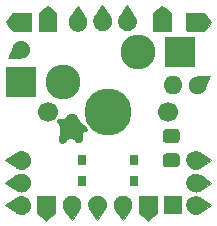
<source format=gbs>
G04 #@! TF.GenerationSoftware,KiCad,Pcbnew,5.1.5-52549c5~84~ubuntu18.04.1*
G04 #@! TF.CreationDate,2020-04-11T16:09:32-04:00*
G04 #@! TF.ProjectId,amoeba-royale,616d6f65-6261-42d7-926f-79616c652e6b,rev?*
G04 #@! TF.SameCoordinates,Original*
G04 #@! TF.FileFunction,Soldermask,Bot*
G04 #@! TF.FilePolarity,Negative*
%FSLAX46Y46*%
G04 Gerber Fmt 4.6, Leading zero omitted, Abs format (unit mm)*
G04 Created by KiCad (PCBNEW 5.1.5-52549c5~84~ubuntu18.04.1) date 2020-04-11 16:09:32*
%MOMM*%
%LPD*%
G04 APERTURE LIST*
%ADD10C,0.150000*%
%ADD11C,0.002540*%
%ADD12C,1.700000*%
%ADD13R,2.550000X2.500000*%
%ADD14C,2.950000*%
%ADD15C,3.980180*%
%ADD16R,0.700000X0.850000*%
%ADD17R,1.500000X1.500000*%
%ADD18C,1.500000*%
%ADD19R,1.600000X1.600000*%
%ADD20O,1.600000X1.600000*%
G04 APERTURE END LIST*
D10*
G36*
X241122694Y-104584331D02*
G01*
X241164466Y-104558077D01*
X241207275Y-104534890D01*
X241250984Y-104514742D01*
X241295456Y-104497607D01*
X241340555Y-104483458D01*
X241386144Y-104472269D01*
X241432085Y-104464013D01*
X241478242Y-104458663D01*
X241524479Y-104456193D01*
X241570658Y-104456576D01*
X241616642Y-104459785D01*
X241662295Y-104465795D01*
X241707480Y-104474578D01*
X241752060Y-104486108D01*
X241795899Y-104500358D01*
X241838858Y-104517302D01*
X241880803Y-104536913D01*
X241921595Y-104559164D01*
X241961098Y-104584029D01*
X241999176Y-104611481D01*
X242035690Y-104641494D01*
X242070505Y-104674041D01*
X242103484Y-104709096D01*
X242134490Y-104746631D01*
X242163385Y-104786621D01*
X242189638Y-104828393D01*
X242212826Y-104871201D01*
X242232973Y-104914910D01*
X242250108Y-104959383D01*
X242264257Y-105004481D01*
X242275447Y-105050070D01*
X242283703Y-105096011D01*
X242289053Y-105142168D01*
X242291523Y-105188405D01*
X242291140Y-105234584D01*
X242287930Y-105280568D01*
X242281921Y-105326221D01*
X242273138Y-105371406D01*
X242261608Y-105415986D01*
X242247358Y-105459825D01*
X242230414Y-105502785D01*
X242210803Y-105544729D01*
X242188552Y-105585521D01*
X242163687Y-105625024D01*
X242136235Y-105663102D01*
X242106222Y-105699616D01*
X242073675Y-105734431D01*
X242038620Y-105767410D01*
X242001085Y-105798416D01*
X241961095Y-105827311D01*
X241917185Y-105854722D01*
X241872215Y-105878553D01*
X241826318Y-105898899D01*
X241779624Y-105915854D01*
X241732266Y-105929511D01*
X241684374Y-105939965D01*
X241636079Y-105947309D01*
X241587513Y-105951638D01*
X241528848Y-105959293D01*
X240430524Y-105955450D01*
X240840866Y-104939318D01*
X240854831Y-104909252D01*
X240867475Y-104884137D01*
X240889626Y-104840419D01*
X240914425Y-104798298D01*
X240941941Y-104757866D01*
X240972243Y-104719219D01*
X241005401Y-104682448D01*
X241041483Y-104647648D01*
X241080558Y-104614911D01*
X241122695Y-104584331D01*
X241122694Y-104584331D01*
G37*
G36*
X256907806Y-108839169D02*
G01*
X256866034Y-108865423D01*
X256823225Y-108888610D01*
X256779516Y-108908758D01*
X256735044Y-108925893D01*
X256689945Y-108940042D01*
X256644356Y-108951231D01*
X256598415Y-108959487D01*
X256552258Y-108964837D01*
X256506021Y-108967307D01*
X256459842Y-108966924D01*
X256413858Y-108963715D01*
X256368205Y-108957705D01*
X256323020Y-108948922D01*
X256278440Y-108937392D01*
X256234601Y-108923142D01*
X256191642Y-108906198D01*
X256149697Y-108886587D01*
X256108905Y-108864336D01*
X256069402Y-108839471D01*
X256031324Y-108812019D01*
X255994810Y-108782006D01*
X255959995Y-108749459D01*
X255927016Y-108714404D01*
X255896010Y-108676869D01*
X255867115Y-108636879D01*
X255840862Y-108595107D01*
X255817674Y-108552299D01*
X255797527Y-108508590D01*
X255780392Y-108464117D01*
X255766243Y-108419019D01*
X255755053Y-108373430D01*
X255746797Y-108327489D01*
X255741447Y-108281332D01*
X255738977Y-108235095D01*
X255739360Y-108188916D01*
X255742570Y-108142932D01*
X255748579Y-108097279D01*
X255757362Y-108052094D01*
X255768892Y-108007514D01*
X255783142Y-107963675D01*
X255800086Y-107920715D01*
X255819697Y-107878771D01*
X255841948Y-107837979D01*
X255866813Y-107798476D01*
X255894265Y-107760398D01*
X255924278Y-107723884D01*
X255956825Y-107689069D01*
X255991880Y-107656090D01*
X256029415Y-107625084D01*
X256069405Y-107596189D01*
X256113315Y-107568778D01*
X256158285Y-107544947D01*
X256204182Y-107524601D01*
X256250876Y-107507646D01*
X256298234Y-107493989D01*
X256346126Y-107483535D01*
X256394421Y-107476191D01*
X256442987Y-107471862D01*
X256501652Y-107464207D01*
X257599976Y-107468050D01*
X257189634Y-108484182D01*
X257175669Y-108514248D01*
X257163025Y-108539363D01*
X257140874Y-108583081D01*
X257116075Y-108625202D01*
X257088559Y-108665634D01*
X257058257Y-108704281D01*
X257025099Y-108741052D01*
X256989017Y-108775852D01*
X256949942Y-108808589D01*
X256907805Y-108839169D01*
X256907806Y-108839169D01*
G37*
D11*
G36*
X244399153Y-117564076D02*
G01*
X242899847Y-117564076D01*
X242899847Y-119063382D01*
X243270264Y-119372063D01*
X243649500Y-119671924D01*
X244019917Y-119372063D01*
X244399153Y-119063382D01*
X244399153Y-117564076D01*
G37*
X244399153Y-117564076D02*
X242899847Y-117564076D01*
X242899847Y-119063382D01*
X243270264Y-119372063D01*
X243649500Y-119671924D01*
X244019917Y-119372063D01*
X244399153Y-119063382D01*
X244399153Y-117564076D01*
G36*
X243026847Y-103606424D02*
G01*
X244526153Y-103606424D01*
X244526153Y-102107118D01*
X244155736Y-101798437D01*
X243776500Y-101498576D01*
X243406083Y-101798437D01*
X243026847Y-102107118D01*
X243026847Y-103606424D01*
G37*
X243026847Y-103606424D02*
X244526153Y-103606424D01*
X244526153Y-102107118D01*
X244155736Y-101798437D01*
X243776500Y-101498576D01*
X243406083Y-101798437D01*
X243026847Y-102107118D01*
X243026847Y-103606424D01*
D10*
G36*
X245887049Y-110615666D02*
G01*
X245908873Y-110616198D01*
X245930649Y-110617795D01*
X245952378Y-110620455D01*
X245974060Y-110624179D01*
X245995695Y-110628967D01*
X246017282Y-110634819D01*
X246038822Y-110641735D01*
X246060315Y-110649715D01*
X246081760Y-110658759D01*
X246103158Y-110668867D01*
X246124509Y-110680039D01*
X246145812Y-110692274D01*
X246167068Y-110705574D01*
X246188277Y-110719938D01*
X246206582Y-110733946D01*
X246224391Y-110749716D01*
X246241661Y-110766972D01*
X246258347Y-110785437D01*
X246274404Y-110804832D01*
X246289788Y-110824881D01*
X246304455Y-110845306D01*
X246318359Y-110865830D01*
X246331457Y-110886175D01*
X246343704Y-110906065D01*
X246355055Y-110925222D01*
X246365465Y-110943368D01*
X246374891Y-110960227D01*
X246383288Y-110975521D01*
X246390610Y-110988972D01*
X246396814Y-111000304D01*
X246414303Y-111031551D01*
X246431606Y-111061737D01*
X246448724Y-111090883D01*
X246465656Y-111119011D01*
X246482401Y-111146143D01*
X246498959Y-111172302D01*
X246515329Y-111197508D01*
X246531511Y-111221786D01*
X246547503Y-111245156D01*
X246563306Y-111267640D01*
X246578918Y-111289261D01*
X246594339Y-111310040D01*
X246609569Y-111330000D01*
X246624607Y-111349163D01*
X246639452Y-111367550D01*
X246654103Y-111385184D01*
X246668560Y-111402087D01*
X246682823Y-111418281D01*
X246696890Y-111433788D01*
X246710762Y-111448630D01*
X246724437Y-111462829D01*
X246737915Y-111476407D01*
X246751195Y-111489386D01*
X246764277Y-111501788D01*
X246777159Y-111513636D01*
X246789843Y-111524951D01*
X246802326Y-111535755D01*
X246814608Y-111546070D01*
X246826689Y-111555919D01*
X246838568Y-111565324D01*
X246850245Y-111574306D01*
X246861718Y-111582887D01*
X246872987Y-111591090D01*
X246884052Y-111598937D01*
X246894912Y-111606449D01*
X246905566Y-111613650D01*
X246916014Y-111620560D01*
X246926255Y-111627202D01*
X246936288Y-111633598D01*
X246946113Y-111639769D01*
X246955729Y-111645739D01*
X246965137Y-111651529D01*
X246974334Y-111657161D01*
X246983320Y-111662657D01*
X246992095Y-111668040D01*
X247000659Y-111673330D01*
X247009010Y-111678551D01*
X247017148Y-111683724D01*
X247025072Y-111688872D01*
X247032782Y-111694016D01*
X247040277Y-111699179D01*
X247047557Y-111704382D01*
X247054620Y-111709648D01*
X247061467Y-111714998D01*
X247068096Y-111720455D01*
X247074508Y-111726041D01*
X247080701Y-111731778D01*
X247086675Y-111737687D01*
X247092428Y-111743792D01*
X247097962Y-111750113D01*
X247103274Y-111756673D01*
X247108365Y-111763495D01*
X247113234Y-111770599D01*
X247117880Y-111778009D01*
X247122302Y-111785746D01*
X247126500Y-111793831D01*
X247130474Y-111802289D01*
X247134222Y-111811139D01*
X247137744Y-111820405D01*
X247141040Y-111830109D01*
X247144108Y-111840272D01*
X247146949Y-111850916D01*
X247149561Y-111862064D01*
X247151945Y-111873738D01*
X247154098Y-111885959D01*
X247156022Y-111898750D01*
X247157715Y-111912133D01*
X247159176Y-111926129D01*
X247160405Y-111940762D01*
X247161402Y-111956052D01*
X247162165Y-111972023D01*
X247162694Y-111988695D01*
X247162989Y-112006091D01*
X247162695Y-112019564D01*
X247161858Y-112032187D01*
X247160495Y-112043994D01*
X247158624Y-112055016D01*
X247156261Y-112065283D01*
X247153424Y-112074827D01*
X247150130Y-112083679D01*
X247146396Y-112091871D01*
X247142241Y-112099433D01*
X247137680Y-112106397D01*
X247132732Y-112112795D01*
X247127414Y-112118657D01*
X247121743Y-112124016D01*
X247115736Y-112128901D01*
X247109411Y-112133344D01*
X247102785Y-112137378D01*
X247095875Y-112141032D01*
X247088698Y-112144338D01*
X247081273Y-112147328D01*
X247073616Y-112150033D01*
X247065744Y-112152484D01*
X247057676Y-112154711D01*
X247049427Y-112156748D01*
X247041016Y-112158624D01*
X247032459Y-112160372D01*
X247023775Y-112162022D01*
X247014980Y-112163605D01*
X247006092Y-112165153D01*
X246997128Y-112166698D01*
X246988105Y-112168270D01*
X246979041Y-112169901D01*
X246969952Y-112171622D01*
X246960857Y-112173464D01*
X246951773Y-112175458D01*
X246942716Y-112177637D01*
X246933704Y-112180030D01*
X246924755Y-112182670D01*
X246915886Y-112185588D01*
X246907114Y-112188814D01*
X246898456Y-112192381D01*
X246889930Y-112196319D01*
X246881553Y-112200660D01*
X246873342Y-112205435D01*
X246865315Y-112210675D01*
X246857489Y-112216412D01*
X246849881Y-112222677D01*
X246842509Y-112229500D01*
X246835389Y-112236914D01*
X246828540Y-112244950D01*
X246821978Y-112253638D01*
X246815721Y-112263011D01*
X246809786Y-112273099D01*
X246804191Y-112283934D01*
X246798952Y-112295547D01*
X246794087Y-112307969D01*
X246789614Y-112321232D01*
X246785549Y-112335367D01*
X246781911Y-112350404D01*
X246778715Y-112366376D01*
X246775980Y-112383314D01*
X246773723Y-112401248D01*
X246771962Y-112420211D01*
X246770712Y-112440233D01*
X246769993Y-112461346D01*
X246769821Y-112483581D01*
X246770213Y-112506969D01*
X246771187Y-112531542D01*
X246772759Y-112557330D01*
X246774949Y-112584366D01*
X246777772Y-112612680D01*
X246781246Y-112642303D01*
X246784736Y-112670672D01*
X246787752Y-112697143D01*
X246790186Y-112721905D01*
X246791932Y-112745150D01*
X246792881Y-112767068D01*
X246792927Y-112787848D01*
X246791960Y-112807682D01*
X246789875Y-112826760D01*
X246786562Y-112845271D01*
X246781916Y-112863407D01*
X246775828Y-112881357D01*
X246768190Y-112899313D01*
X246758896Y-112917464D01*
X246747837Y-112936000D01*
X246734906Y-112955112D01*
X246720993Y-112973629D01*
X246706441Y-112990868D01*
X246691251Y-113006831D01*
X246675422Y-113021516D01*
X246658955Y-113034924D01*
X246641850Y-113047056D01*
X246624105Y-113057911D01*
X246605723Y-113067488D01*
X246586702Y-113075789D01*
X246567042Y-113082812D01*
X246546744Y-113088559D01*
X246525807Y-113093028D01*
X246504232Y-113096221D01*
X246482019Y-113098137D01*
X246459167Y-113098775D01*
X246408189Y-113098775D01*
X246384443Y-113098201D01*
X246361234Y-113096477D01*
X246338561Y-113093605D01*
X246316424Y-113089584D01*
X246294823Y-113084413D01*
X246273759Y-113078094D01*
X246253231Y-113070626D01*
X246233238Y-113062009D01*
X246213782Y-113052243D01*
X246194863Y-113041327D01*
X246176479Y-113029263D01*
X246157780Y-113015824D01*
X246140610Y-113001457D01*
X246124969Y-112986164D01*
X246110858Y-112969943D01*
X246098276Y-112952796D01*
X246087223Y-112934721D01*
X246077699Y-112915720D01*
X246069705Y-112895792D01*
X246063240Y-112874938D01*
X246058305Y-112853157D01*
X246039816Y-112841514D01*
X246021125Y-112830735D01*
X246002243Y-112820824D01*
X245983182Y-112811782D01*
X245963954Y-112803611D01*
X245944571Y-112796313D01*
X245925045Y-112789891D01*
X245905387Y-112784345D01*
X245885609Y-112779679D01*
X245865724Y-112775894D01*
X245845742Y-112772993D01*
X245825677Y-112770976D01*
X245805538Y-112769847D01*
X245785340Y-112769608D01*
X245765092Y-112770259D01*
X245744808Y-112771804D01*
X245724498Y-112774245D01*
X245704176Y-112777583D01*
X245683852Y-112781820D01*
X245663538Y-112786959D01*
X245643247Y-112793001D01*
X245622989Y-112799948D01*
X245602778Y-112807804D01*
X245582624Y-112816568D01*
X245562540Y-112826244D01*
X245542537Y-112836834D01*
X245522628Y-112848339D01*
X245502824Y-112860762D01*
X245483136Y-112874105D01*
X245463577Y-112888369D01*
X245444159Y-112903557D01*
X245424893Y-112919670D01*
X245420374Y-112939713D01*
X245414233Y-112959061D01*
X245406471Y-112977714D01*
X245397086Y-112995672D01*
X245386080Y-113012935D01*
X245373452Y-113029503D01*
X245359202Y-113045376D01*
X245343329Y-113060553D01*
X245325835Y-113075035D01*
X245306719Y-113088822D01*
X245288020Y-113102029D01*
X245268996Y-113113847D01*
X245249648Y-113124273D01*
X245229976Y-113133310D01*
X245209979Y-113140956D01*
X245189658Y-113147212D01*
X245169013Y-113152078D01*
X245148043Y-113155554D01*
X245126749Y-113157639D01*
X245105130Y-113158334D01*
X245054152Y-113158334D01*
X245031568Y-113157675D01*
X245009540Y-113155698D01*
X244988068Y-113152402D01*
X244967152Y-113147789D01*
X244946792Y-113141857D01*
X244926989Y-113134607D01*
X244907741Y-113126039D01*
X244889050Y-113116153D01*
X244870914Y-113104948D01*
X244853335Y-113092425D01*
X244836312Y-113078585D01*
X244819845Y-113063425D01*
X244803934Y-113046948D01*
X244788579Y-113029153D01*
X244773780Y-113010039D01*
X244760729Y-112991607D01*
X244748812Y-112974388D01*
X244738106Y-112958032D01*
X244728690Y-112942189D01*
X244720638Y-112926511D01*
X244714028Y-112910648D01*
X244708936Y-112894249D01*
X244705440Y-112876966D01*
X244703615Y-112858450D01*
X244703539Y-112838349D01*
X244705289Y-112816316D01*
X244708940Y-112792000D01*
X244714570Y-112765053D01*
X244722256Y-112735123D01*
X244732073Y-112701863D01*
X244743604Y-112664280D01*
X244754542Y-112627525D01*
X244764899Y-112591586D01*
X244774683Y-112556453D01*
X244783905Y-112522114D01*
X244792575Y-112488559D01*
X244800703Y-112455778D01*
X244808299Y-112423759D01*
X244815372Y-112392491D01*
X244821933Y-112361963D01*
X244827991Y-112332166D01*
X244833557Y-112303087D01*
X244838640Y-112274716D01*
X244843251Y-112247043D01*
X244847400Y-112220055D01*
X244851096Y-112193744D01*
X244854349Y-112168097D01*
X244857169Y-112143103D01*
X244859567Y-112118753D01*
X244861552Y-112095035D01*
X244863134Y-112071938D01*
X244864323Y-112049452D01*
X244865130Y-112027565D01*
X244865563Y-112006267D01*
X244865634Y-111985547D01*
X244865351Y-111965394D01*
X244864726Y-111945798D01*
X244863767Y-111926747D01*
X244862485Y-111908230D01*
X244860890Y-111890237D01*
X244858992Y-111872757D01*
X244856801Y-111855780D01*
X244854326Y-111839293D01*
X244851578Y-111823287D01*
X244848566Y-111807750D01*
X244845301Y-111792672D01*
X244841793Y-111778042D01*
X244838051Y-111763849D01*
X244834086Y-111750082D01*
X244829907Y-111736731D01*
X244825524Y-111723784D01*
X244820948Y-111711230D01*
X244816188Y-111699060D01*
X244811254Y-111687261D01*
X244806156Y-111675824D01*
X244800905Y-111664737D01*
X244795510Y-111653989D01*
X244789980Y-111643570D01*
X244784327Y-111633469D01*
X244778560Y-111623675D01*
X244772689Y-111614176D01*
X244766724Y-111604964D01*
X244760674Y-111596025D01*
X244754551Y-111587350D01*
X244748363Y-111578928D01*
X244742121Y-111570748D01*
X244735834Y-111562799D01*
X244729514Y-111555070D01*
X244723169Y-111547550D01*
X244716809Y-111540229D01*
X244710445Y-111533096D01*
X244704087Y-111526140D01*
X244697744Y-111519349D01*
X244691427Y-111512714D01*
X244685145Y-111506223D01*
X244678908Y-111499866D01*
X244672726Y-111493631D01*
X244666610Y-111487508D01*
X244660569Y-111481487D01*
X244654613Y-111475555D01*
X244648753Y-111469703D01*
X244642997Y-111463919D01*
X244637357Y-111458192D01*
X244631841Y-111452513D01*
X244626461Y-111446869D01*
X244621225Y-111441251D01*
X244616145Y-111435647D01*
X244611229Y-111430046D01*
X244606488Y-111424438D01*
X244601931Y-111418811D01*
X244597570Y-111413156D01*
X244593413Y-111407460D01*
X244589471Y-111401714D01*
X244585753Y-111395906D01*
X244582270Y-111390026D01*
X244579032Y-111384062D01*
X244576048Y-111378005D01*
X244573328Y-111371842D01*
X244570883Y-111365563D01*
X244568722Y-111359158D01*
X244566856Y-111352616D01*
X244565293Y-111345925D01*
X244564045Y-111339075D01*
X244563122Y-111332054D01*
X244562532Y-111324853D01*
X244562286Y-111317461D01*
X244562395Y-111309865D01*
X244562868Y-111302057D01*
X244563714Y-111294024D01*
X244564945Y-111285756D01*
X244566569Y-111277242D01*
X244568597Y-111268472D01*
X244571039Y-111259434D01*
X244573905Y-111250117D01*
X244577205Y-111240512D01*
X244584909Y-111220807D01*
X244593226Y-111202621D01*
X244602134Y-111185897D01*
X244611614Y-111170576D01*
X244621644Y-111156603D01*
X244632206Y-111143919D01*
X244643277Y-111132466D01*
X244654838Y-111122189D01*
X244666868Y-111113028D01*
X244679347Y-111104927D01*
X244692255Y-111097829D01*
X244705570Y-111091675D01*
X244719274Y-111086410D01*
X244733345Y-111081974D01*
X244747762Y-111078311D01*
X244762506Y-111075364D01*
X244777557Y-111073074D01*
X244792892Y-111071385D01*
X244808494Y-111070240D01*
X244824340Y-111069580D01*
X244840410Y-111069349D01*
X244856685Y-111069489D01*
X244873143Y-111069942D01*
X244889765Y-111070652D01*
X244906530Y-111071560D01*
X244923417Y-111072610D01*
X244940406Y-111073745D01*
X244957476Y-111074905D01*
X244974608Y-111076036D01*
X244991781Y-111077078D01*
X245008975Y-111077974D01*
X245026168Y-111078668D01*
X245043341Y-111079102D01*
X245060474Y-111079218D01*
X245077545Y-111078958D01*
X245094535Y-111078267D01*
X245111422Y-111077085D01*
X245128188Y-111075357D01*
X245144810Y-111073023D01*
X245161270Y-111070028D01*
X245177546Y-111066313D01*
X245193618Y-111061822D01*
X245209466Y-111056496D01*
X245225068Y-111050279D01*
X245240406Y-111043113D01*
X245255458Y-111034940D01*
X245270205Y-111025704D01*
X245284624Y-111015346D01*
X245298698Y-111003810D01*
X245312403Y-110991039D01*
X245321143Y-110981195D01*
X245330578Y-110968567D01*
X245340719Y-110953527D01*
X245351575Y-110936445D01*
X245363155Y-110917693D01*
X245375470Y-110897641D01*
X245388529Y-110876661D01*
X245402342Y-110855125D01*
X245416918Y-110833402D01*
X245432268Y-110811864D01*
X245448399Y-110790882D01*
X245465324Y-110770827D01*
X245483050Y-110752071D01*
X245501587Y-110734984D01*
X245520946Y-110719937D01*
X245542463Y-110705574D01*
X245563979Y-110692274D01*
X245585494Y-110680038D01*
X245607010Y-110668866D01*
X245628526Y-110658758D01*
X245650042Y-110649714D01*
X245671558Y-110641734D01*
X245693073Y-110634818D01*
X245714589Y-110628966D01*
X245736105Y-110624178D01*
X245757621Y-110620454D01*
X245779137Y-110617794D01*
X245800653Y-110616198D01*
X245822169Y-110615666D01*
X245887049Y-110615666D01*
G37*
D11*
G36*
X255549576Y-102120347D02*
G01*
X255549576Y-103619653D01*
X257048882Y-103619653D01*
X257357563Y-103249236D01*
X257657424Y-102870000D01*
X257357563Y-102499583D01*
X257048882Y-102120347D01*
X255549576Y-102120347D01*
G37*
X255549576Y-102120347D02*
X255549576Y-103619653D01*
X257048882Y-103619653D01*
X257357563Y-103249236D01*
X257657424Y-102870000D01*
X257357563Y-102499583D01*
X257048882Y-102120347D01*
X255549576Y-102120347D01*
G36*
X256308049Y-115709347D02*
G01*
X256256701Y-115711076D01*
X256206285Y-115716187D01*
X256156912Y-115724570D01*
X256108695Y-115736112D01*
X256061743Y-115750703D01*
X256016169Y-115768232D01*
X255972084Y-115788586D01*
X255929599Y-115811654D01*
X255888826Y-115837326D01*
X255849877Y-115865489D01*
X255812861Y-115896032D01*
X255777892Y-115928844D01*
X255745080Y-115963813D01*
X255714537Y-116000828D01*
X255686374Y-116039778D01*
X255660703Y-116080551D01*
X255637634Y-116123035D01*
X255617280Y-116167121D01*
X255599752Y-116212695D01*
X255585161Y-116259646D01*
X255573618Y-116307864D01*
X255565236Y-116357236D01*
X255560124Y-116407652D01*
X255558396Y-116459000D01*
X255560124Y-116510348D01*
X255565236Y-116560764D01*
X255573618Y-116610136D01*
X255585161Y-116658354D01*
X255599752Y-116705306D01*
X255617280Y-116750880D01*
X255637634Y-116794965D01*
X255660703Y-116837449D01*
X255686374Y-116878222D01*
X255714537Y-116917172D01*
X255745080Y-116954187D01*
X255777892Y-116989156D01*
X255812861Y-117021968D01*
X255849877Y-117052511D01*
X255888826Y-117080674D01*
X255929599Y-117106346D01*
X255972084Y-117129414D01*
X256016169Y-117149768D01*
X256061743Y-117167297D01*
X256108695Y-117181888D01*
X256156912Y-117193430D01*
X256206285Y-117201813D01*
X256256701Y-117206924D01*
X256308049Y-117208653D01*
X256359780Y-117206823D01*
X256410388Y-117201433D01*
X256459816Y-117192635D01*
X256508007Y-117180580D01*
X256554906Y-117165420D01*
X256600456Y-117147306D01*
X256644601Y-117126388D01*
X256687285Y-117102819D01*
X256740201Y-117076361D01*
X257648604Y-116459000D01*
X256740201Y-115846049D01*
X256711811Y-115828931D01*
X256687285Y-115815181D01*
X256644474Y-115791323D01*
X256600361Y-115770270D01*
X256554940Y-115752138D01*
X256508207Y-115737043D01*
X256460156Y-115725100D01*
X256410783Y-115716426D01*
X256360082Y-115711136D01*
X256308049Y-115709347D01*
G37*
X256308049Y-115709347D02*
X256256701Y-115711076D01*
X256206285Y-115716187D01*
X256156912Y-115724570D01*
X256108695Y-115736112D01*
X256061743Y-115750703D01*
X256016169Y-115768232D01*
X255972084Y-115788586D01*
X255929599Y-115811654D01*
X255888826Y-115837326D01*
X255849877Y-115865489D01*
X255812861Y-115896032D01*
X255777892Y-115928844D01*
X255745080Y-115963813D01*
X255714537Y-116000828D01*
X255686374Y-116039778D01*
X255660703Y-116080551D01*
X255637634Y-116123035D01*
X255617280Y-116167121D01*
X255599752Y-116212695D01*
X255585161Y-116259646D01*
X255573618Y-116307864D01*
X255565236Y-116357236D01*
X255560124Y-116407652D01*
X255558396Y-116459000D01*
X255560124Y-116510348D01*
X255565236Y-116560764D01*
X255573618Y-116610136D01*
X255585161Y-116658354D01*
X255599752Y-116705306D01*
X255617280Y-116750880D01*
X255637634Y-116794965D01*
X255660703Y-116837449D01*
X255686374Y-116878222D01*
X255714537Y-116917172D01*
X255745080Y-116954187D01*
X255777892Y-116989156D01*
X255812861Y-117021968D01*
X255849877Y-117052511D01*
X255888826Y-117080674D01*
X255929599Y-117106346D01*
X255972084Y-117129414D01*
X256016169Y-117149768D01*
X256061743Y-117167297D01*
X256108695Y-117181888D01*
X256156912Y-117193430D01*
X256206285Y-117201813D01*
X256256701Y-117206924D01*
X256308049Y-117208653D01*
X256359780Y-117206823D01*
X256410388Y-117201433D01*
X256459816Y-117192635D01*
X256508007Y-117180580D01*
X256554906Y-117165420D01*
X256600456Y-117147306D01*
X256644601Y-117126388D01*
X256687285Y-117102819D01*
X256740201Y-117076361D01*
X257648604Y-116459000D01*
X256740201Y-115846049D01*
X256711811Y-115828931D01*
X256687285Y-115815181D01*
X256644474Y-115791323D01*
X256600361Y-115770270D01*
X256554940Y-115752138D01*
X256508207Y-115737043D01*
X256460156Y-115725100D01*
X256410783Y-115716426D01*
X256360082Y-115711136D01*
X256308049Y-115709347D01*
G36*
X256308049Y-117614347D02*
G01*
X256256701Y-117616076D01*
X256206285Y-117621187D01*
X256156912Y-117629570D01*
X256108695Y-117641112D01*
X256061743Y-117655703D01*
X256016169Y-117673232D01*
X255972084Y-117693586D01*
X255929599Y-117716654D01*
X255888826Y-117742326D01*
X255849877Y-117770489D01*
X255812861Y-117801032D01*
X255777892Y-117833844D01*
X255745080Y-117868813D01*
X255714537Y-117905828D01*
X255686374Y-117944778D01*
X255660703Y-117985551D01*
X255637634Y-118028035D01*
X255617280Y-118072121D01*
X255599752Y-118117695D01*
X255585161Y-118164646D01*
X255573618Y-118212864D01*
X255565236Y-118262236D01*
X255560124Y-118312652D01*
X255558396Y-118364000D01*
X255560124Y-118415348D01*
X255565236Y-118465764D01*
X255573618Y-118515136D01*
X255585161Y-118563354D01*
X255599752Y-118610306D01*
X255617280Y-118655880D01*
X255637634Y-118699965D01*
X255660703Y-118742449D01*
X255686374Y-118783222D01*
X255714537Y-118822172D01*
X255745080Y-118859187D01*
X255777892Y-118894156D01*
X255812861Y-118926968D01*
X255849877Y-118957511D01*
X255888826Y-118985674D01*
X255929599Y-119011346D01*
X255972084Y-119034414D01*
X256016169Y-119054768D01*
X256061743Y-119072297D01*
X256108695Y-119086888D01*
X256156912Y-119098430D01*
X256206285Y-119106813D01*
X256256701Y-119111924D01*
X256308049Y-119113653D01*
X256359780Y-119111823D01*
X256410388Y-119106433D01*
X256459816Y-119097635D01*
X256508007Y-119085580D01*
X256554906Y-119070420D01*
X256600456Y-119052306D01*
X256644601Y-119031388D01*
X256687285Y-119007819D01*
X256740201Y-118981361D01*
X257648604Y-118364000D01*
X256740201Y-117751049D01*
X256711811Y-117733931D01*
X256687285Y-117720181D01*
X256644474Y-117696323D01*
X256600361Y-117675270D01*
X256554940Y-117657138D01*
X256508207Y-117642043D01*
X256460156Y-117630100D01*
X256410783Y-117621426D01*
X256360082Y-117616136D01*
X256308049Y-117614347D01*
G37*
X256308049Y-117614347D02*
X256256701Y-117616076D01*
X256206285Y-117621187D01*
X256156912Y-117629570D01*
X256108695Y-117641112D01*
X256061743Y-117655703D01*
X256016169Y-117673232D01*
X255972084Y-117693586D01*
X255929599Y-117716654D01*
X255888826Y-117742326D01*
X255849877Y-117770489D01*
X255812861Y-117801032D01*
X255777892Y-117833844D01*
X255745080Y-117868813D01*
X255714537Y-117905828D01*
X255686374Y-117944778D01*
X255660703Y-117985551D01*
X255637634Y-118028035D01*
X255617280Y-118072121D01*
X255599752Y-118117695D01*
X255585161Y-118164646D01*
X255573618Y-118212864D01*
X255565236Y-118262236D01*
X255560124Y-118312652D01*
X255558396Y-118364000D01*
X255560124Y-118415348D01*
X255565236Y-118465764D01*
X255573618Y-118515136D01*
X255585161Y-118563354D01*
X255599752Y-118610306D01*
X255617280Y-118655880D01*
X255637634Y-118699965D01*
X255660703Y-118742449D01*
X255686374Y-118783222D01*
X255714537Y-118822172D01*
X255745080Y-118859187D01*
X255777892Y-118894156D01*
X255812861Y-118926968D01*
X255849877Y-118957511D01*
X255888826Y-118985674D01*
X255929599Y-119011346D01*
X255972084Y-119034414D01*
X256016169Y-119054768D01*
X256061743Y-119072297D01*
X256108695Y-119086888D01*
X256156912Y-119098430D01*
X256206285Y-119106813D01*
X256256701Y-119111924D01*
X256308049Y-119113653D01*
X256359780Y-119111823D01*
X256410388Y-119106433D01*
X256459816Y-119097635D01*
X256508007Y-119085580D01*
X256554906Y-119070420D01*
X256600456Y-119052306D01*
X256644601Y-119031388D01*
X256687285Y-119007819D01*
X256740201Y-118981361D01*
X257648604Y-118364000D01*
X256740201Y-117751049D01*
X256711811Y-117733931D01*
X256687285Y-117720181D01*
X256644474Y-117696323D01*
X256600361Y-117675270D01*
X256554940Y-117657138D01*
X256508207Y-117642043D01*
X256460156Y-117630100D01*
X256410783Y-117621426D01*
X256360082Y-117616136D01*
X256308049Y-117614347D01*
G36*
X241531951Y-117208653D02*
G01*
X241583299Y-117206924D01*
X241633715Y-117201813D01*
X241683088Y-117193430D01*
X241731305Y-117181888D01*
X241778257Y-117167297D01*
X241823831Y-117149768D01*
X241867916Y-117129414D01*
X241910401Y-117106346D01*
X241951174Y-117080674D01*
X241990123Y-117052511D01*
X242027139Y-117021968D01*
X242062108Y-116989156D01*
X242094920Y-116954187D01*
X242125463Y-116917172D01*
X242153626Y-116878222D01*
X242179297Y-116837449D01*
X242202366Y-116794965D01*
X242222720Y-116750879D01*
X242240248Y-116705305D01*
X242254839Y-116658354D01*
X242266382Y-116610136D01*
X242274764Y-116560764D01*
X242279876Y-116510348D01*
X242281604Y-116459000D01*
X242279876Y-116407652D01*
X242274764Y-116357236D01*
X242266382Y-116307864D01*
X242254839Y-116259646D01*
X242240248Y-116212694D01*
X242222720Y-116167120D01*
X242202366Y-116123035D01*
X242179297Y-116080551D01*
X242153626Y-116039778D01*
X242125463Y-116000828D01*
X242094920Y-115963813D01*
X242062108Y-115928844D01*
X242027139Y-115896032D01*
X241990123Y-115865489D01*
X241951174Y-115837326D01*
X241910401Y-115811654D01*
X241867916Y-115788586D01*
X241823831Y-115768232D01*
X241778257Y-115750703D01*
X241731305Y-115736112D01*
X241683088Y-115724570D01*
X241633715Y-115716187D01*
X241583299Y-115711076D01*
X241531951Y-115709347D01*
X241480220Y-115711177D01*
X241429612Y-115716567D01*
X241380184Y-115725365D01*
X241331993Y-115737420D01*
X241285094Y-115752580D01*
X241239544Y-115770694D01*
X241195399Y-115791612D01*
X241152715Y-115815181D01*
X241099799Y-115841639D01*
X240191396Y-116459000D01*
X241099799Y-117071951D01*
X241128189Y-117089069D01*
X241152715Y-117102819D01*
X241195526Y-117126677D01*
X241239639Y-117147730D01*
X241285060Y-117165862D01*
X241331793Y-117180957D01*
X241379844Y-117192900D01*
X241429217Y-117201574D01*
X241479918Y-117206864D01*
X241531951Y-117208653D01*
G37*
X241531951Y-117208653D02*
X241583299Y-117206924D01*
X241633715Y-117201813D01*
X241683088Y-117193430D01*
X241731305Y-117181888D01*
X241778257Y-117167297D01*
X241823831Y-117149768D01*
X241867916Y-117129414D01*
X241910401Y-117106346D01*
X241951174Y-117080674D01*
X241990123Y-117052511D01*
X242027139Y-117021968D01*
X242062108Y-116989156D01*
X242094920Y-116954187D01*
X242125463Y-116917172D01*
X242153626Y-116878222D01*
X242179297Y-116837449D01*
X242202366Y-116794965D01*
X242222720Y-116750879D01*
X242240248Y-116705305D01*
X242254839Y-116658354D01*
X242266382Y-116610136D01*
X242274764Y-116560764D01*
X242279876Y-116510348D01*
X242281604Y-116459000D01*
X242279876Y-116407652D01*
X242274764Y-116357236D01*
X242266382Y-116307864D01*
X242254839Y-116259646D01*
X242240248Y-116212694D01*
X242222720Y-116167120D01*
X242202366Y-116123035D01*
X242179297Y-116080551D01*
X242153626Y-116039778D01*
X242125463Y-116000828D01*
X242094920Y-115963813D01*
X242062108Y-115928844D01*
X242027139Y-115896032D01*
X241990123Y-115865489D01*
X241951174Y-115837326D01*
X241910401Y-115811654D01*
X241867916Y-115788586D01*
X241823831Y-115768232D01*
X241778257Y-115750703D01*
X241731305Y-115736112D01*
X241683088Y-115724570D01*
X241633715Y-115716187D01*
X241583299Y-115711076D01*
X241531951Y-115709347D01*
X241480220Y-115711177D01*
X241429612Y-115716567D01*
X241380184Y-115725365D01*
X241331993Y-115737420D01*
X241285094Y-115752580D01*
X241239544Y-115770694D01*
X241195399Y-115791612D01*
X241152715Y-115815181D01*
X241099799Y-115841639D01*
X240191396Y-116459000D01*
X241099799Y-117071951D01*
X241128189Y-117089069D01*
X241152715Y-117102819D01*
X241195526Y-117126677D01*
X241239639Y-117147730D01*
X241285060Y-117165862D01*
X241331793Y-117180957D01*
X241379844Y-117192900D01*
X241429217Y-117201574D01*
X241479918Y-117206864D01*
X241531951Y-117208653D01*
G36*
X241531951Y-115303653D02*
G01*
X241583299Y-115301924D01*
X241633715Y-115296813D01*
X241683088Y-115288430D01*
X241731305Y-115276888D01*
X241778257Y-115262297D01*
X241823831Y-115244768D01*
X241867916Y-115224414D01*
X241910401Y-115201346D01*
X241951174Y-115175674D01*
X241990123Y-115147511D01*
X242027139Y-115116968D01*
X242062108Y-115084156D01*
X242094920Y-115049187D01*
X242125463Y-115012172D01*
X242153626Y-114973222D01*
X242179297Y-114932449D01*
X242202366Y-114889965D01*
X242222720Y-114845879D01*
X242240248Y-114800305D01*
X242254839Y-114753354D01*
X242266382Y-114705136D01*
X242274764Y-114655764D01*
X242279876Y-114605348D01*
X242281604Y-114554000D01*
X242279876Y-114502652D01*
X242274764Y-114452236D01*
X242266382Y-114402864D01*
X242254839Y-114354646D01*
X242240248Y-114307694D01*
X242222720Y-114262120D01*
X242202366Y-114218035D01*
X242179297Y-114175551D01*
X242153626Y-114134778D01*
X242125463Y-114095828D01*
X242094920Y-114058813D01*
X242062108Y-114023844D01*
X242027139Y-113991032D01*
X241990123Y-113960489D01*
X241951174Y-113932326D01*
X241910401Y-113906654D01*
X241867916Y-113883586D01*
X241823831Y-113863232D01*
X241778257Y-113845703D01*
X241731305Y-113831112D01*
X241683088Y-113819570D01*
X241633715Y-113811187D01*
X241583299Y-113806076D01*
X241531951Y-113804347D01*
X241480220Y-113806177D01*
X241429612Y-113811567D01*
X241380184Y-113820365D01*
X241331993Y-113832420D01*
X241285094Y-113847580D01*
X241239544Y-113865694D01*
X241195399Y-113886612D01*
X241152715Y-113910181D01*
X241099799Y-113936639D01*
X240191396Y-114554000D01*
X241099799Y-115166951D01*
X241128189Y-115184069D01*
X241152715Y-115197819D01*
X241195526Y-115221677D01*
X241239639Y-115242730D01*
X241285060Y-115260862D01*
X241331793Y-115275957D01*
X241379844Y-115287900D01*
X241429217Y-115296574D01*
X241479918Y-115301864D01*
X241531951Y-115303653D01*
G37*
X241531951Y-115303653D02*
X241583299Y-115301924D01*
X241633715Y-115296813D01*
X241683088Y-115288430D01*
X241731305Y-115276888D01*
X241778257Y-115262297D01*
X241823831Y-115244768D01*
X241867916Y-115224414D01*
X241910401Y-115201346D01*
X241951174Y-115175674D01*
X241990123Y-115147511D01*
X242027139Y-115116968D01*
X242062108Y-115084156D01*
X242094920Y-115049187D01*
X242125463Y-115012172D01*
X242153626Y-114973222D01*
X242179297Y-114932449D01*
X242202366Y-114889965D01*
X242222720Y-114845879D01*
X242240248Y-114800305D01*
X242254839Y-114753354D01*
X242266382Y-114705136D01*
X242274764Y-114655764D01*
X242279876Y-114605348D01*
X242281604Y-114554000D01*
X242279876Y-114502652D01*
X242274764Y-114452236D01*
X242266382Y-114402864D01*
X242254839Y-114354646D01*
X242240248Y-114307694D01*
X242222720Y-114262120D01*
X242202366Y-114218035D01*
X242179297Y-114175551D01*
X242153626Y-114134778D01*
X242125463Y-114095828D01*
X242094920Y-114058813D01*
X242062108Y-114023844D01*
X242027139Y-113991032D01*
X241990123Y-113960489D01*
X241951174Y-113932326D01*
X241910401Y-113906654D01*
X241867916Y-113883586D01*
X241823831Y-113863232D01*
X241778257Y-113845703D01*
X241731305Y-113831112D01*
X241683088Y-113819570D01*
X241633715Y-113811187D01*
X241583299Y-113806076D01*
X241531951Y-113804347D01*
X241480220Y-113806177D01*
X241429612Y-113811567D01*
X241380184Y-113820365D01*
X241331993Y-113832420D01*
X241285094Y-113847580D01*
X241239544Y-113865694D01*
X241195399Y-113886612D01*
X241152715Y-113910181D01*
X241099799Y-113936639D01*
X240191396Y-114554000D01*
X241099799Y-115166951D01*
X241128189Y-115184069D01*
X241152715Y-115197819D01*
X241195526Y-115221677D01*
X241239639Y-115242730D01*
X241285060Y-115260862D01*
X241331793Y-115275957D01*
X241379844Y-115287900D01*
X241429217Y-115296574D01*
X241479918Y-115301864D01*
X241531951Y-115303653D01*
G36*
X249757847Y-102784451D02*
G01*
X249759576Y-102835799D01*
X249764687Y-102886215D01*
X249773070Y-102935588D01*
X249784612Y-102983805D01*
X249799203Y-103030757D01*
X249816732Y-103076331D01*
X249837086Y-103120416D01*
X249860154Y-103162901D01*
X249885826Y-103203674D01*
X249913989Y-103242623D01*
X249944532Y-103279639D01*
X249977344Y-103314608D01*
X250012313Y-103347420D01*
X250049328Y-103377963D01*
X250088278Y-103406126D01*
X250129051Y-103431797D01*
X250171535Y-103454866D01*
X250215621Y-103475220D01*
X250261195Y-103492748D01*
X250308146Y-103507339D01*
X250356364Y-103518882D01*
X250405736Y-103527264D01*
X250456152Y-103532376D01*
X250507500Y-103534104D01*
X250558848Y-103532376D01*
X250609264Y-103527264D01*
X250658636Y-103518882D01*
X250706854Y-103507339D01*
X250753806Y-103492748D01*
X250799380Y-103475220D01*
X250843465Y-103454866D01*
X250885949Y-103431797D01*
X250926722Y-103406126D01*
X250965672Y-103377963D01*
X251002687Y-103347420D01*
X251037656Y-103314608D01*
X251070468Y-103279639D01*
X251101011Y-103242623D01*
X251129174Y-103203674D01*
X251154846Y-103162901D01*
X251177914Y-103120416D01*
X251198268Y-103076331D01*
X251215797Y-103030757D01*
X251230388Y-102983805D01*
X251241930Y-102935588D01*
X251250313Y-102886215D01*
X251255424Y-102835799D01*
X251257153Y-102784451D01*
X251255323Y-102732720D01*
X251249933Y-102682112D01*
X251241135Y-102632684D01*
X251229080Y-102584493D01*
X251213920Y-102537594D01*
X251195806Y-102492044D01*
X251174888Y-102447899D01*
X251151319Y-102405215D01*
X251124861Y-102352299D01*
X250507500Y-101443896D01*
X249894549Y-102352299D01*
X249877431Y-102380689D01*
X249863681Y-102405215D01*
X249839823Y-102448026D01*
X249818770Y-102492139D01*
X249800638Y-102537560D01*
X249785543Y-102584293D01*
X249773600Y-102632344D01*
X249764926Y-102681717D01*
X249759636Y-102732418D01*
X249757847Y-102784451D01*
G37*
X249757847Y-102784451D02*
X249759576Y-102835799D01*
X249764687Y-102886215D01*
X249773070Y-102935588D01*
X249784612Y-102983805D01*
X249799203Y-103030757D01*
X249816732Y-103076331D01*
X249837086Y-103120416D01*
X249860154Y-103162901D01*
X249885826Y-103203674D01*
X249913989Y-103242623D01*
X249944532Y-103279639D01*
X249977344Y-103314608D01*
X250012313Y-103347420D01*
X250049328Y-103377963D01*
X250088278Y-103406126D01*
X250129051Y-103431797D01*
X250171535Y-103454866D01*
X250215621Y-103475220D01*
X250261195Y-103492748D01*
X250308146Y-103507339D01*
X250356364Y-103518882D01*
X250405736Y-103527264D01*
X250456152Y-103532376D01*
X250507500Y-103534104D01*
X250558848Y-103532376D01*
X250609264Y-103527264D01*
X250658636Y-103518882D01*
X250706854Y-103507339D01*
X250753806Y-103492748D01*
X250799380Y-103475220D01*
X250843465Y-103454866D01*
X250885949Y-103431797D01*
X250926722Y-103406126D01*
X250965672Y-103377963D01*
X251002687Y-103347420D01*
X251037656Y-103314608D01*
X251070468Y-103279639D01*
X251101011Y-103242623D01*
X251129174Y-103203674D01*
X251154846Y-103162901D01*
X251177914Y-103120416D01*
X251198268Y-103076331D01*
X251215797Y-103030757D01*
X251230388Y-102983805D01*
X251241930Y-102935588D01*
X251250313Y-102886215D01*
X251255424Y-102835799D01*
X251257153Y-102784451D01*
X251255323Y-102732720D01*
X251249933Y-102682112D01*
X251241135Y-102632684D01*
X251229080Y-102584493D01*
X251213920Y-102537594D01*
X251195806Y-102492044D01*
X251174888Y-102447899D01*
X251151319Y-102405215D01*
X251124861Y-102352299D01*
X250507500Y-101443896D01*
X249894549Y-102352299D01*
X249877431Y-102380689D01*
X249863681Y-102405215D01*
X249839823Y-102448026D01*
X249818770Y-102492139D01*
X249800638Y-102537560D01*
X249785543Y-102584293D01*
X249773600Y-102632344D01*
X249764926Y-102681717D01*
X249759636Y-102732418D01*
X249757847Y-102784451D01*
G36*
X248717153Y-118322549D02*
G01*
X248715424Y-118271201D01*
X248710313Y-118220785D01*
X248701930Y-118171412D01*
X248690388Y-118123195D01*
X248675797Y-118076243D01*
X248658268Y-118030669D01*
X248637914Y-117986584D01*
X248614846Y-117944099D01*
X248589174Y-117903326D01*
X248561011Y-117864377D01*
X248530468Y-117827361D01*
X248497656Y-117792392D01*
X248462687Y-117759580D01*
X248425672Y-117729037D01*
X248386722Y-117700874D01*
X248345949Y-117675203D01*
X248303465Y-117652134D01*
X248259379Y-117631780D01*
X248213805Y-117614252D01*
X248166854Y-117599661D01*
X248118636Y-117588118D01*
X248069264Y-117579736D01*
X248018848Y-117574624D01*
X247967500Y-117572896D01*
X247916152Y-117574624D01*
X247865736Y-117579736D01*
X247816364Y-117588118D01*
X247768146Y-117599661D01*
X247721194Y-117614252D01*
X247675620Y-117631780D01*
X247631535Y-117652134D01*
X247589051Y-117675203D01*
X247548278Y-117700874D01*
X247509328Y-117729037D01*
X247472313Y-117759580D01*
X247437344Y-117792392D01*
X247404532Y-117827361D01*
X247373989Y-117864377D01*
X247345826Y-117903326D01*
X247320154Y-117944099D01*
X247297086Y-117986584D01*
X247276732Y-118030669D01*
X247259203Y-118076243D01*
X247244612Y-118123195D01*
X247233070Y-118171412D01*
X247224687Y-118220785D01*
X247219576Y-118271201D01*
X247217847Y-118322549D01*
X247219677Y-118374280D01*
X247225067Y-118424888D01*
X247233865Y-118474316D01*
X247245920Y-118522507D01*
X247261080Y-118569406D01*
X247279194Y-118614956D01*
X247300112Y-118659101D01*
X247323681Y-118701785D01*
X247350139Y-118754701D01*
X247967500Y-119663104D01*
X248580451Y-118754701D01*
X248597569Y-118726311D01*
X248611319Y-118701785D01*
X248635177Y-118658974D01*
X248656230Y-118614861D01*
X248674362Y-118569440D01*
X248689457Y-118522707D01*
X248701400Y-118474656D01*
X248710074Y-118425283D01*
X248715364Y-118374582D01*
X248717153Y-118322549D01*
G37*
X248717153Y-118322549D02*
X248715424Y-118271201D01*
X248710313Y-118220785D01*
X248701930Y-118171412D01*
X248690388Y-118123195D01*
X248675797Y-118076243D01*
X248658268Y-118030669D01*
X248637914Y-117986584D01*
X248614846Y-117944099D01*
X248589174Y-117903326D01*
X248561011Y-117864377D01*
X248530468Y-117827361D01*
X248497656Y-117792392D01*
X248462687Y-117759580D01*
X248425672Y-117729037D01*
X248386722Y-117700874D01*
X248345949Y-117675203D01*
X248303465Y-117652134D01*
X248259379Y-117631780D01*
X248213805Y-117614252D01*
X248166854Y-117599661D01*
X248118636Y-117588118D01*
X248069264Y-117579736D01*
X248018848Y-117574624D01*
X247967500Y-117572896D01*
X247916152Y-117574624D01*
X247865736Y-117579736D01*
X247816364Y-117588118D01*
X247768146Y-117599661D01*
X247721194Y-117614252D01*
X247675620Y-117631780D01*
X247631535Y-117652134D01*
X247589051Y-117675203D01*
X247548278Y-117700874D01*
X247509328Y-117729037D01*
X247472313Y-117759580D01*
X247437344Y-117792392D01*
X247404532Y-117827361D01*
X247373989Y-117864377D01*
X247345826Y-117903326D01*
X247320154Y-117944099D01*
X247297086Y-117986584D01*
X247276732Y-118030669D01*
X247259203Y-118076243D01*
X247244612Y-118123195D01*
X247233070Y-118171412D01*
X247224687Y-118220785D01*
X247219576Y-118271201D01*
X247217847Y-118322549D01*
X247219677Y-118374280D01*
X247225067Y-118424888D01*
X247233865Y-118474316D01*
X247245920Y-118522507D01*
X247261080Y-118569406D01*
X247279194Y-118614956D01*
X247300112Y-118659101D01*
X247323681Y-118701785D01*
X247350139Y-118754701D01*
X247967500Y-119663104D01*
X248580451Y-118754701D01*
X248597569Y-118726311D01*
X248611319Y-118701785D01*
X248635177Y-118658974D01*
X248656230Y-118614861D01*
X248674362Y-118569440D01*
X248689457Y-118522707D01*
X248701400Y-118474656D01*
X248710074Y-118425283D01*
X248715364Y-118374582D01*
X248717153Y-118322549D01*
G36*
X246558153Y-118322549D02*
G01*
X246556424Y-118271201D01*
X246551313Y-118220785D01*
X246542930Y-118171412D01*
X246531388Y-118123195D01*
X246516797Y-118076243D01*
X246499268Y-118030669D01*
X246478914Y-117986584D01*
X246455846Y-117944099D01*
X246430174Y-117903326D01*
X246402011Y-117864377D01*
X246371468Y-117827361D01*
X246338656Y-117792392D01*
X246303687Y-117759580D01*
X246266672Y-117729037D01*
X246227722Y-117700874D01*
X246186949Y-117675203D01*
X246144465Y-117652134D01*
X246100379Y-117631780D01*
X246054805Y-117614252D01*
X246007854Y-117599661D01*
X245959636Y-117588118D01*
X245910264Y-117579736D01*
X245859848Y-117574624D01*
X245808500Y-117572896D01*
X245757152Y-117574624D01*
X245706736Y-117579736D01*
X245657364Y-117588118D01*
X245609146Y-117599661D01*
X245562194Y-117614252D01*
X245516620Y-117631780D01*
X245472535Y-117652134D01*
X245430051Y-117675203D01*
X245389278Y-117700874D01*
X245350328Y-117729037D01*
X245313313Y-117759580D01*
X245278344Y-117792392D01*
X245245532Y-117827361D01*
X245214989Y-117864377D01*
X245186826Y-117903326D01*
X245161154Y-117944099D01*
X245138086Y-117986584D01*
X245117732Y-118030669D01*
X245100203Y-118076243D01*
X245085612Y-118123195D01*
X245074070Y-118171412D01*
X245065687Y-118220785D01*
X245060576Y-118271201D01*
X245058847Y-118322549D01*
X245060677Y-118374280D01*
X245066067Y-118424888D01*
X245074865Y-118474316D01*
X245086920Y-118522507D01*
X245102080Y-118569406D01*
X245120194Y-118614956D01*
X245141112Y-118659101D01*
X245164681Y-118701785D01*
X245191139Y-118754701D01*
X245808500Y-119663104D01*
X246421451Y-118754701D01*
X246438569Y-118726311D01*
X246452319Y-118701785D01*
X246476177Y-118658974D01*
X246497230Y-118614861D01*
X246515362Y-118569440D01*
X246530457Y-118522707D01*
X246542400Y-118474656D01*
X246551074Y-118425283D01*
X246556364Y-118374582D01*
X246558153Y-118322549D01*
G37*
X246558153Y-118322549D02*
X246556424Y-118271201D01*
X246551313Y-118220785D01*
X246542930Y-118171412D01*
X246531388Y-118123195D01*
X246516797Y-118076243D01*
X246499268Y-118030669D01*
X246478914Y-117986584D01*
X246455846Y-117944099D01*
X246430174Y-117903326D01*
X246402011Y-117864377D01*
X246371468Y-117827361D01*
X246338656Y-117792392D01*
X246303687Y-117759580D01*
X246266672Y-117729037D01*
X246227722Y-117700874D01*
X246186949Y-117675203D01*
X246144465Y-117652134D01*
X246100379Y-117631780D01*
X246054805Y-117614252D01*
X246007854Y-117599661D01*
X245959636Y-117588118D01*
X245910264Y-117579736D01*
X245859848Y-117574624D01*
X245808500Y-117572896D01*
X245757152Y-117574624D01*
X245706736Y-117579736D01*
X245657364Y-117588118D01*
X245609146Y-117599661D01*
X245562194Y-117614252D01*
X245516620Y-117631780D01*
X245472535Y-117652134D01*
X245430051Y-117675203D01*
X245389278Y-117700874D01*
X245350328Y-117729037D01*
X245313313Y-117759580D01*
X245278344Y-117792392D01*
X245245532Y-117827361D01*
X245214989Y-117864377D01*
X245186826Y-117903326D01*
X245161154Y-117944099D01*
X245138086Y-117986584D01*
X245117732Y-118030669D01*
X245100203Y-118076243D01*
X245085612Y-118123195D01*
X245074070Y-118171412D01*
X245065687Y-118220785D01*
X245060576Y-118271201D01*
X245058847Y-118322549D01*
X245060677Y-118374280D01*
X245066067Y-118424888D01*
X245074865Y-118474316D01*
X245086920Y-118522507D01*
X245102080Y-118569406D01*
X245120194Y-118614956D01*
X245141112Y-118659101D01*
X245164681Y-118701785D01*
X245191139Y-118754701D01*
X245808500Y-119663104D01*
X246421451Y-118754701D01*
X246438569Y-118726311D01*
X246452319Y-118701785D01*
X246476177Y-118658974D01*
X246497230Y-118614861D01*
X246515362Y-118569440D01*
X246530457Y-118522707D01*
X246542400Y-118474656D01*
X246551074Y-118425283D01*
X246556364Y-118374582D01*
X246558153Y-118322549D01*
G36*
X250876153Y-118322549D02*
G01*
X250874424Y-118271201D01*
X250869313Y-118220785D01*
X250860930Y-118171412D01*
X250849388Y-118123195D01*
X250834797Y-118076243D01*
X250817268Y-118030669D01*
X250796914Y-117986584D01*
X250773846Y-117944099D01*
X250748174Y-117903326D01*
X250720011Y-117864377D01*
X250689468Y-117827361D01*
X250656656Y-117792392D01*
X250621687Y-117759580D01*
X250584672Y-117729037D01*
X250545722Y-117700874D01*
X250504949Y-117675203D01*
X250462465Y-117652134D01*
X250418379Y-117631780D01*
X250372805Y-117614252D01*
X250325854Y-117599661D01*
X250277636Y-117588118D01*
X250228264Y-117579736D01*
X250177848Y-117574624D01*
X250126500Y-117572896D01*
X250075152Y-117574624D01*
X250024736Y-117579736D01*
X249975364Y-117588118D01*
X249927146Y-117599661D01*
X249880194Y-117614252D01*
X249834620Y-117631780D01*
X249790535Y-117652134D01*
X249748051Y-117675203D01*
X249707278Y-117700874D01*
X249668328Y-117729037D01*
X249631313Y-117759580D01*
X249596344Y-117792392D01*
X249563532Y-117827361D01*
X249532989Y-117864377D01*
X249504826Y-117903326D01*
X249479154Y-117944099D01*
X249456086Y-117986584D01*
X249435732Y-118030669D01*
X249418203Y-118076243D01*
X249403612Y-118123195D01*
X249392070Y-118171412D01*
X249383687Y-118220785D01*
X249378576Y-118271201D01*
X249376847Y-118322549D01*
X249378677Y-118374280D01*
X249384067Y-118424888D01*
X249392865Y-118474316D01*
X249404920Y-118522507D01*
X249420080Y-118569406D01*
X249438194Y-118614956D01*
X249459112Y-118659101D01*
X249482681Y-118701785D01*
X249509139Y-118754701D01*
X250126500Y-119663104D01*
X250739451Y-118754701D01*
X250756569Y-118726311D01*
X250770319Y-118701785D01*
X250794177Y-118658974D01*
X250815230Y-118614861D01*
X250833362Y-118569440D01*
X250848457Y-118522707D01*
X250860400Y-118474656D01*
X250869074Y-118425283D01*
X250874364Y-118374582D01*
X250876153Y-118322549D01*
G37*
X250876153Y-118322549D02*
X250874424Y-118271201D01*
X250869313Y-118220785D01*
X250860930Y-118171412D01*
X250849388Y-118123195D01*
X250834797Y-118076243D01*
X250817268Y-118030669D01*
X250796914Y-117986584D01*
X250773846Y-117944099D01*
X250748174Y-117903326D01*
X250720011Y-117864377D01*
X250689468Y-117827361D01*
X250656656Y-117792392D01*
X250621687Y-117759580D01*
X250584672Y-117729037D01*
X250545722Y-117700874D01*
X250504949Y-117675203D01*
X250462465Y-117652134D01*
X250418379Y-117631780D01*
X250372805Y-117614252D01*
X250325854Y-117599661D01*
X250277636Y-117588118D01*
X250228264Y-117579736D01*
X250177848Y-117574624D01*
X250126500Y-117572896D01*
X250075152Y-117574624D01*
X250024736Y-117579736D01*
X249975364Y-117588118D01*
X249927146Y-117599661D01*
X249880194Y-117614252D01*
X249834620Y-117631780D01*
X249790535Y-117652134D01*
X249748051Y-117675203D01*
X249707278Y-117700874D01*
X249668328Y-117729037D01*
X249631313Y-117759580D01*
X249596344Y-117792392D01*
X249563532Y-117827361D01*
X249532989Y-117864377D01*
X249504826Y-117903326D01*
X249479154Y-117944099D01*
X249456086Y-117986584D01*
X249435732Y-118030669D01*
X249418203Y-118076243D01*
X249403612Y-118123195D01*
X249392070Y-118171412D01*
X249383687Y-118220785D01*
X249378576Y-118271201D01*
X249376847Y-118322549D01*
X249378677Y-118374280D01*
X249384067Y-118424888D01*
X249392865Y-118474316D01*
X249404920Y-118522507D01*
X249420080Y-118569406D01*
X249438194Y-118614956D01*
X249459112Y-118659101D01*
X249482681Y-118701785D01*
X249509139Y-118754701D01*
X250126500Y-119663104D01*
X250739451Y-118754701D01*
X250756569Y-118726311D01*
X250770319Y-118701785D01*
X250794177Y-118658974D01*
X250815230Y-118614861D01*
X250833362Y-118569440D01*
X250848457Y-118522707D01*
X250860400Y-118474656D01*
X250869074Y-118425283D01*
X250874364Y-118374582D01*
X250876153Y-118322549D01*
G36*
X245566847Y-102847951D02*
G01*
X245568576Y-102899299D01*
X245573687Y-102949715D01*
X245582070Y-102999088D01*
X245593612Y-103047305D01*
X245608203Y-103094257D01*
X245625732Y-103139831D01*
X245646086Y-103183916D01*
X245669154Y-103226401D01*
X245694826Y-103267174D01*
X245722989Y-103306123D01*
X245753532Y-103343139D01*
X245786344Y-103378108D01*
X245821313Y-103410920D01*
X245858328Y-103441463D01*
X245897278Y-103469626D01*
X245938051Y-103495297D01*
X245980535Y-103518366D01*
X246024621Y-103538720D01*
X246070195Y-103556248D01*
X246117146Y-103570839D01*
X246165364Y-103582382D01*
X246214736Y-103590764D01*
X246265152Y-103595876D01*
X246316500Y-103597604D01*
X246367848Y-103595876D01*
X246418264Y-103590764D01*
X246467636Y-103582382D01*
X246515854Y-103570839D01*
X246562806Y-103556248D01*
X246608380Y-103538720D01*
X246652465Y-103518366D01*
X246694949Y-103495297D01*
X246735722Y-103469626D01*
X246774672Y-103441463D01*
X246811687Y-103410920D01*
X246846656Y-103378108D01*
X246879468Y-103343139D01*
X246910011Y-103306123D01*
X246938174Y-103267174D01*
X246963846Y-103226401D01*
X246986914Y-103183916D01*
X247007268Y-103139831D01*
X247024797Y-103094257D01*
X247039388Y-103047305D01*
X247050930Y-102999088D01*
X247059313Y-102949715D01*
X247064424Y-102899299D01*
X247066153Y-102847951D01*
X247064323Y-102796220D01*
X247058933Y-102745612D01*
X247050135Y-102696184D01*
X247038080Y-102647993D01*
X247022920Y-102601094D01*
X247004806Y-102555544D01*
X246983888Y-102511399D01*
X246960319Y-102468715D01*
X246933861Y-102415799D01*
X246316500Y-101507396D01*
X245703549Y-102415799D01*
X245686431Y-102444189D01*
X245672681Y-102468715D01*
X245648823Y-102511526D01*
X245627770Y-102555639D01*
X245609638Y-102601060D01*
X245594543Y-102647793D01*
X245582600Y-102695844D01*
X245573926Y-102745217D01*
X245568636Y-102795918D01*
X245566847Y-102847951D01*
G37*
X245566847Y-102847951D02*
X245568576Y-102899299D01*
X245573687Y-102949715D01*
X245582070Y-102999088D01*
X245593612Y-103047305D01*
X245608203Y-103094257D01*
X245625732Y-103139831D01*
X245646086Y-103183916D01*
X245669154Y-103226401D01*
X245694826Y-103267174D01*
X245722989Y-103306123D01*
X245753532Y-103343139D01*
X245786344Y-103378108D01*
X245821313Y-103410920D01*
X245858328Y-103441463D01*
X245897278Y-103469626D01*
X245938051Y-103495297D01*
X245980535Y-103518366D01*
X246024621Y-103538720D01*
X246070195Y-103556248D01*
X246117146Y-103570839D01*
X246165364Y-103582382D01*
X246214736Y-103590764D01*
X246265152Y-103595876D01*
X246316500Y-103597604D01*
X246367848Y-103595876D01*
X246418264Y-103590764D01*
X246467636Y-103582382D01*
X246515854Y-103570839D01*
X246562806Y-103556248D01*
X246608380Y-103538720D01*
X246652465Y-103518366D01*
X246694949Y-103495297D01*
X246735722Y-103469626D01*
X246774672Y-103441463D01*
X246811687Y-103410920D01*
X246846656Y-103378108D01*
X246879468Y-103343139D01*
X246910011Y-103306123D01*
X246938174Y-103267174D01*
X246963846Y-103226401D01*
X246986914Y-103183916D01*
X247007268Y-103139831D01*
X247024797Y-103094257D01*
X247039388Y-103047305D01*
X247050930Y-102999088D01*
X247059313Y-102949715D01*
X247064424Y-102899299D01*
X247066153Y-102847951D01*
X247064323Y-102796220D01*
X247058933Y-102745612D01*
X247050135Y-102696184D01*
X247038080Y-102647993D01*
X247022920Y-102601094D01*
X247004806Y-102555544D01*
X246983888Y-102511399D01*
X246960319Y-102468715D01*
X246933861Y-102415799D01*
X246316500Y-101507396D01*
X245703549Y-102415799D01*
X245686431Y-102444189D01*
X245672681Y-102468715D01*
X245648823Y-102511526D01*
X245627770Y-102555639D01*
X245609638Y-102601060D01*
X245594543Y-102647793D01*
X245582600Y-102695844D01*
X245573926Y-102745217D01*
X245568636Y-102795918D01*
X245566847Y-102847951D01*
G36*
X247662347Y-102784451D02*
G01*
X247664076Y-102835799D01*
X247669187Y-102886215D01*
X247677570Y-102935588D01*
X247689112Y-102983805D01*
X247703703Y-103030757D01*
X247721232Y-103076331D01*
X247741586Y-103120416D01*
X247764654Y-103162901D01*
X247790326Y-103203674D01*
X247818489Y-103242623D01*
X247849032Y-103279639D01*
X247881844Y-103314608D01*
X247916813Y-103347420D01*
X247953828Y-103377963D01*
X247992778Y-103406126D01*
X248033551Y-103431797D01*
X248076035Y-103454866D01*
X248120121Y-103475220D01*
X248165695Y-103492748D01*
X248212646Y-103507339D01*
X248260864Y-103518882D01*
X248310236Y-103527264D01*
X248360652Y-103532376D01*
X248412000Y-103534104D01*
X248463348Y-103532376D01*
X248513764Y-103527264D01*
X248563136Y-103518882D01*
X248611354Y-103507339D01*
X248658306Y-103492748D01*
X248703880Y-103475220D01*
X248747965Y-103454866D01*
X248790449Y-103431797D01*
X248831222Y-103406126D01*
X248870172Y-103377963D01*
X248907187Y-103347420D01*
X248942156Y-103314608D01*
X248974968Y-103279639D01*
X249005511Y-103242623D01*
X249033674Y-103203674D01*
X249059346Y-103162901D01*
X249082414Y-103120416D01*
X249102768Y-103076331D01*
X249120297Y-103030757D01*
X249134888Y-102983805D01*
X249146430Y-102935588D01*
X249154813Y-102886215D01*
X249159924Y-102835799D01*
X249161653Y-102784451D01*
X249159823Y-102732720D01*
X249154433Y-102682112D01*
X249145635Y-102632684D01*
X249133580Y-102584493D01*
X249118420Y-102537594D01*
X249100306Y-102492044D01*
X249079388Y-102447899D01*
X249055819Y-102405215D01*
X249029361Y-102352299D01*
X248412000Y-101443896D01*
X247799049Y-102352299D01*
X247781931Y-102380689D01*
X247768181Y-102405215D01*
X247744323Y-102448026D01*
X247723270Y-102492139D01*
X247705138Y-102537560D01*
X247690043Y-102584293D01*
X247678100Y-102632344D01*
X247669426Y-102681717D01*
X247664136Y-102732418D01*
X247662347Y-102784451D01*
G37*
X247662347Y-102784451D02*
X247664076Y-102835799D01*
X247669187Y-102886215D01*
X247677570Y-102935588D01*
X247689112Y-102983805D01*
X247703703Y-103030757D01*
X247721232Y-103076331D01*
X247741586Y-103120416D01*
X247764654Y-103162901D01*
X247790326Y-103203674D01*
X247818489Y-103242623D01*
X247849032Y-103279639D01*
X247881844Y-103314608D01*
X247916813Y-103347420D01*
X247953828Y-103377963D01*
X247992778Y-103406126D01*
X248033551Y-103431797D01*
X248076035Y-103454866D01*
X248120121Y-103475220D01*
X248165695Y-103492748D01*
X248212646Y-103507339D01*
X248260864Y-103518882D01*
X248310236Y-103527264D01*
X248360652Y-103532376D01*
X248412000Y-103534104D01*
X248463348Y-103532376D01*
X248513764Y-103527264D01*
X248563136Y-103518882D01*
X248611354Y-103507339D01*
X248658306Y-103492748D01*
X248703880Y-103475220D01*
X248747965Y-103454866D01*
X248790449Y-103431797D01*
X248831222Y-103406126D01*
X248870172Y-103377963D01*
X248907187Y-103347420D01*
X248942156Y-103314608D01*
X248974968Y-103279639D01*
X249005511Y-103242623D01*
X249033674Y-103203674D01*
X249059346Y-103162901D01*
X249082414Y-103120416D01*
X249102768Y-103076331D01*
X249120297Y-103030757D01*
X249134888Y-102983805D01*
X249146430Y-102935588D01*
X249154813Y-102886215D01*
X249159924Y-102835799D01*
X249161653Y-102784451D01*
X249159823Y-102732720D01*
X249154433Y-102682112D01*
X249145635Y-102632684D01*
X249133580Y-102584493D01*
X249118420Y-102537594D01*
X249100306Y-102492044D01*
X249079388Y-102447899D01*
X249055819Y-102405215D01*
X249029361Y-102352299D01*
X248412000Y-101443896D01*
X247799049Y-102352299D01*
X247781931Y-102380689D01*
X247768181Y-102405215D01*
X247744323Y-102448026D01*
X247723270Y-102492139D01*
X247705138Y-102537560D01*
X247690043Y-102584293D01*
X247678100Y-102632344D01*
X247669426Y-102681717D01*
X247664136Y-102732418D01*
X247662347Y-102784451D01*
G36*
X252742347Y-103606424D02*
G01*
X254241653Y-103606424D01*
X254241653Y-102107118D01*
X253871236Y-101798437D01*
X253492000Y-101498576D01*
X253121583Y-101798437D01*
X252742347Y-102107118D01*
X252742347Y-103606424D01*
G37*
X252742347Y-103606424D02*
X254241653Y-103606424D01*
X254241653Y-102107118D01*
X253871236Y-101798437D01*
X253492000Y-101498576D01*
X253121583Y-101798437D01*
X252742347Y-102107118D01*
X252742347Y-103606424D01*
G36*
X241531951Y-119113653D02*
G01*
X241583299Y-119111924D01*
X241633715Y-119106813D01*
X241683088Y-119098430D01*
X241731305Y-119086888D01*
X241778257Y-119072297D01*
X241823831Y-119054768D01*
X241867916Y-119034414D01*
X241910401Y-119011346D01*
X241951174Y-118985674D01*
X241990123Y-118957511D01*
X242027139Y-118926968D01*
X242062108Y-118894156D01*
X242094920Y-118859187D01*
X242125463Y-118822172D01*
X242153626Y-118783222D01*
X242179297Y-118742449D01*
X242202366Y-118699965D01*
X242222720Y-118655879D01*
X242240248Y-118610305D01*
X242254839Y-118563354D01*
X242266382Y-118515136D01*
X242274764Y-118465764D01*
X242279876Y-118415348D01*
X242281604Y-118364000D01*
X242279876Y-118312652D01*
X242274764Y-118262236D01*
X242266382Y-118212864D01*
X242254839Y-118164646D01*
X242240248Y-118117694D01*
X242222720Y-118072120D01*
X242202366Y-118028035D01*
X242179297Y-117985551D01*
X242153626Y-117944778D01*
X242125463Y-117905828D01*
X242094920Y-117868813D01*
X242062108Y-117833844D01*
X242027139Y-117801032D01*
X241990123Y-117770489D01*
X241951174Y-117742326D01*
X241910401Y-117716654D01*
X241867916Y-117693586D01*
X241823831Y-117673232D01*
X241778257Y-117655703D01*
X241731305Y-117641112D01*
X241683088Y-117629570D01*
X241633715Y-117621187D01*
X241583299Y-117616076D01*
X241531951Y-117614347D01*
X241480220Y-117616177D01*
X241429612Y-117621567D01*
X241380184Y-117630365D01*
X241331993Y-117642420D01*
X241285094Y-117657580D01*
X241239544Y-117675694D01*
X241195399Y-117696612D01*
X241152715Y-117720181D01*
X241099799Y-117746639D01*
X240191396Y-118364000D01*
X241099799Y-118976951D01*
X241128189Y-118994069D01*
X241152715Y-119007819D01*
X241195526Y-119031677D01*
X241239639Y-119052730D01*
X241285060Y-119070862D01*
X241331793Y-119085957D01*
X241379844Y-119097900D01*
X241429217Y-119106574D01*
X241479918Y-119111864D01*
X241531951Y-119113653D01*
G37*
X241531951Y-119113653D02*
X241583299Y-119111924D01*
X241633715Y-119106813D01*
X241683088Y-119098430D01*
X241731305Y-119086888D01*
X241778257Y-119072297D01*
X241823831Y-119054768D01*
X241867916Y-119034414D01*
X241910401Y-119011346D01*
X241951174Y-118985674D01*
X241990123Y-118957511D01*
X242027139Y-118926968D01*
X242062108Y-118894156D01*
X242094920Y-118859187D01*
X242125463Y-118822172D01*
X242153626Y-118783222D01*
X242179297Y-118742449D01*
X242202366Y-118699965D01*
X242222720Y-118655879D01*
X242240248Y-118610305D01*
X242254839Y-118563354D01*
X242266382Y-118515136D01*
X242274764Y-118465764D01*
X242279876Y-118415348D01*
X242281604Y-118364000D01*
X242279876Y-118312652D01*
X242274764Y-118262236D01*
X242266382Y-118212864D01*
X242254839Y-118164646D01*
X242240248Y-118117694D01*
X242222720Y-118072120D01*
X242202366Y-118028035D01*
X242179297Y-117985551D01*
X242153626Y-117944778D01*
X242125463Y-117905828D01*
X242094920Y-117868813D01*
X242062108Y-117833844D01*
X242027139Y-117801032D01*
X241990123Y-117770489D01*
X241951174Y-117742326D01*
X241910401Y-117716654D01*
X241867916Y-117693586D01*
X241823831Y-117673232D01*
X241778257Y-117655703D01*
X241731305Y-117641112D01*
X241683088Y-117629570D01*
X241633715Y-117621187D01*
X241583299Y-117616076D01*
X241531951Y-117614347D01*
X241480220Y-117616177D01*
X241429612Y-117621567D01*
X241380184Y-117630365D01*
X241331993Y-117642420D01*
X241285094Y-117657580D01*
X241239544Y-117675694D01*
X241195399Y-117696612D01*
X241152715Y-117720181D01*
X241099799Y-117746639D01*
X240191396Y-118364000D01*
X241099799Y-118976951D01*
X241128189Y-118994069D01*
X241152715Y-119007819D01*
X241195526Y-119031677D01*
X241239639Y-119052730D01*
X241285060Y-119070862D01*
X241331793Y-119085957D01*
X241379844Y-119097900D01*
X241429217Y-119106574D01*
X241479918Y-119111864D01*
X241531951Y-119113653D01*
G36*
X242353924Y-103619653D02*
G01*
X242353924Y-102120347D01*
X240854618Y-102120347D01*
X240545937Y-102490764D01*
X240246076Y-102870000D01*
X240545937Y-103240417D01*
X240854618Y-103619653D01*
X242353924Y-103619653D01*
G37*
X242353924Y-103619653D02*
X242353924Y-102120347D01*
X240854618Y-102120347D01*
X240545937Y-102490764D01*
X240246076Y-102870000D01*
X240545937Y-103240417D01*
X240854618Y-103619653D01*
X242353924Y-103619653D01*
G36*
X253035153Y-117564076D02*
G01*
X251535847Y-117564076D01*
X251535847Y-119063382D01*
X251906264Y-119372063D01*
X252285500Y-119671924D01*
X252655917Y-119372063D01*
X253035153Y-119063382D01*
X253035153Y-117564076D01*
G37*
X253035153Y-117564076D02*
X251535847Y-117564076D01*
X251535847Y-119063382D01*
X251906264Y-119372063D01*
X252285500Y-119671924D01*
X252655917Y-119372063D01*
X253035153Y-119063382D01*
X253035153Y-117564076D01*
G36*
X256308049Y-113804347D02*
G01*
X256256701Y-113806076D01*
X256206285Y-113811187D01*
X256156912Y-113819570D01*
X256108695Y-113831112D01*
X256061743Y-113845703D01*
X256016169Y-113863232D01*
X255972084Y-113883586D01*
X255929599Y-113906654D01*
X255888826Y-113932326D01*
X255849877Y-113960489D01*
X255812861Y-113991032D01*
X255777892Y-114023844D01*
X255745080Y-114058813D01*
X255714537Y-114095828D01*
X255686374Y-114134778D01*
X255660703Y-114175551D01*
X255637634Y-114218035D01*
X255617280Y-114262121D01*
X255599752Y-114307695D01*
X255585161Y-114354646D01*
X255573618Y-114402864D01*
X255565236Y-114452236D01*
X255560124Y-114502652D01*
X255558396Y-114554000D01*
X255560124Y-114605348D01*
X255565236Y-114655764D01*
X255573618Y-114705136D01*
X255585161Y-114753354D01*
X255599752Y-114800306D01*
X255617280Y-114845880D01*
X255637634Y-114889965D01*
X255660703Y-114932449D01*
X255686374Y-114973222D01*
X255714537Y-115012172D01*
X255745080Y-115049187D01*
X255777892Y-115084156D01*
X255812861Y-115116968D01*
X255849877Y-115147511D01*
X255888826Y-115175674D01*
X255929599Y-115201346D01*
X255972084Y-115224414D01*
X256016169Y-115244768D01*
X256061743Y-115262297D01*
X256108695Y-115276888D01*
X256156912Y-115288430D01*
X256206285Y-115296813D01*
X256256701Y-115301924D01*
X256308049Y-115303653D01*
X256359780Y-115301823D01*
X256410388Y-115296433D01*
X256459816Y-115287635D01*
X256508007Y-115275580D01*
X256554906Y-115260420D01*
X256600456Y-115242306D01*
X256644601Y-115221388D01*
X256687285Y-115197819D01*
X256740201Y-115171361D01*
X257648604Y-114554000D01*
X256740201Y-113941049D01*
X256711811Y-113923931D01*
X256687285Y-113910181D01*
X256644474Y-113886323D01*
X256600361Y-113865270D01*
X256554940Y-113847138D01*
X256508207Y-113832043D01*
X256460156Y-113820100D01*
X256410783Y-113811426D01*
X256360082Y-113806136D01*
X256308049Y-113804347D01*
G37*
X256308049Y-113804347D02*
X256256701Y-113806076D01*
X256206285Y-113811187D01*
X256156912Y-113819570D01*
X256108695Y-113831112D01*
X256061743Y-113845703D01*
X256016169Y-113863232D01*
X255972084Y-113883586D01*
X255929599Y-113906654D01*
X255888826Y-113932326D01*
X255849877Y-113960489D01*
X255812861Y-113991032D01*
X255777892Y-114023844D01*
X255745080Y-114058813D01*
X255714537Y-114095828D01*
X255686374Y-114134778D01*
X255660703Y-114175551D01*
X255637634Y-114218035D01*
X255617280Y-114262121D01*
X255599752Y-114307695D01*
X255585161Y-114354646D01*
X255573618Y-114402864D01*
X255565236Y-114452236D01*
X255560124Y-114502652D01*
X255558396Y-114554000D01*
X255560124Y-114605348D01*
X255565236Y-114655764D01*
X255573618Y-114705136D01*
X255585161Y-114753354D01*
X255599752Y-114800306D01*
X255617280Y-114845880D01*
X255637634Y-114889965D01*
X255660703Y-114932449D01*
X255686374Y-114973222D01*
X255714537Y-115012172D01*
X255745080Y-115049187D01*
X255777892Y-115084156D01*
X255812861Y-115116968D01*
X255849877Y-115147511D01*
X255888826Y-115175674D01*
X255929599Y-115201346D01*
X255972084Y-115224414D01*
X256016169Y-115244768D01*
X256061743Y-115262297D01*
X256108695Y-115276888D01*
X256156912Y-115288430D01*
X256206285Y-115296813D01*
X256256701Y-115301924D01*
X256308049Y-115303653D01*
X256359780Y-115301823D01*
X256410388Y-115296433D01*
X256459816Y-115287635D01*
X256508007Y-115275580D01*
X256554906Y-115260420D01*
X256600456Y-115242306D01*
X256644601Y-115221388D01*
X256687285Y-115197819D01*
X256740201Y-115171361D01*
X257648604Y-114554000D01*
X256740201Y-113941049D01*
X256711811Y-113923931D01*
X256687285Y-113910181D01*
X256644474Y-113886323D01*
X256600361Y-113865270D01*
X256554940Y-113847138D01*
X256508207Y-113832043D01*
X256460156Y-113820100D01*
X256410783Y-113811426D01*
X256360082Y-113806136D01*
X256308049Y-113804347D01*
D12*
X243840000Y-110490000D03*
X254000000Y-110490000D03*
D13*
X255010000Y-105410000D03*
D14*
X245110000Y-107950000D03*
X251460000Y-105410000D03*
D15*
X248920000Y-110490000D03*
D13*
X241560000Y-107950000D03*
D10*
G36*
X254728505Y-113989204D02*
G01*
X254752773Y-113992804D01*
X254776572Y-113998765D01*
X254799671Y-114007030D01*
X254821850Y-114017520D01*
X254842893Y-114030132D01*
X254862599Y-114044747D01*
X254880777Y-114061223D01*
X254897253Y-114079401D01*
X254911868Y-114099107D01*
X254924480Y-114120150D01*
X254934970Y-114142329D01*
X254943235Y-114165428D01*
X254949196Y-114189227D01*
X254952796Y-114213495D01*
X254954000Y-114237999D01*
X254954000Y-114888001D01*
X254952796Y-114912505D01*
X254949196Y-114936773D01*
X254943235Y-114960572D01*
X254934970Y-114983671D01*
X254924480Y-115005850D01*
X254911868Y-115026893D01*
X254897253Y-115046599D01*
X254880777Y-115064777D01*
X254862599Y-115081253D01*
X254842893Y-115095868D01*
X254821850Y-115108480D01*
X254799671Y-115118970D01*
X254776572Y-115127235D01*
X254752773Y-115133196D01*
X254728505Y-115136796D01*
X254704001Y-115138000D01*
X253803999Y-115138000D01*
X253779495Y-115136796D01*
X253755227Y-115133196D01*
X253731428Y-115127235D01*
X253708329Y-115118970D01*
X253686150Y-115108480D01*
X253665107Y-115095868D01*
X253645401Y-115081253D01*
X253627223Y-115064777D01*
X253610747Y-115046599D01*
X253596132Y-115026893D01*
X253583520Y-115005850D01*
X253573030Y-114983671D01*
X253564765Y-114960572D01*
X253558804Y-114936773D01*
X253555204Y-114912505D01*
X253554000Y-114888001D01*
X253554000Y-114237999D01*
X253555204Y-114213495D01*
X253558804Y-114189227D01*
X253564765Y-114165428D01*
X253573030Y-114142329D01*
X253583520Y-114120150D01*
X253596132Y-114099107D01*
X253610747Y-114079401D01*
X253627223Y-114061223D01*
X253645401Y-114044747D01*
X253665107Y-114030132D01*
X253686150Y-114017520D01*
X253708329Y-114007030D01*
X253731428Y-113998765D01*
X253755227Y-113992804D01*
X253779495Y-113989204D01*
X253803999Y-113988000D01*
X254704001Y-113988000D01*
X254728505Y-113989204D01*
G37*
G36*
X254728505Y-111939204D02*
G01*
X254752773Y-111942804D01*
X254776572Y-111948765D01*
X254799671Y-111957030D01*
X254821850Y-111967520D01*
X254842893Y-111980132D01*
X254862599Y-111994747D01*
X254880777Y-112011223D01*
X254897253Y-112029401D01*
X254911868Y-112049107D01*
X254924480Y-112070150D01*
X254934970Y-112092329D01*
X254943235Y-112115428D01*
X254949196Y-112139227D01*
X254952796Y-112163495D01*
X254954000Y-112187999D01*
X254954000Y-112838001D01*
X254952796Y-112862505D01*
X254949196Y-112886773D01*
X254943235Y-112910572D01*
X254934970Y-112933671D01*
X254924480Y-112955850D01*
X254911868Y-112976893D01*
X254897253Y-112996599D01*
X254880777Y-113014777D01*
X254862599Y-113031253D01*
X254842893Y-113045868D01*
X254821850Y-113058480D01*
X254799671Y-113068970D01*
X254776572Y-113077235D01*
X254752773Y-113083196D01*
X254728505Y-113086796D01*
X254704001Y-113088000D01*
X253803999Y-113088000D01*
X253779495Y-113086796D01*
X253755227Y-113083196D01*
X253731428Y-113077235D01*
X253708329Y-113068970D01*
X253686150Y-113058480D01*
X253665107Y-113045868D01*
X253645401Y-113031253D01*
X253627223Y-113014777D01*
X253610747Y-112996599D01*
X253596132Y-112976893D01*
X253583520Y-112955850D01*
X253573030Y-112933671D01*
X253564765Y-112910572D01*
X253558804Y-112886773D01*
X253555204Y-112862505D01*
X253554000Y-112838001D01*
X253554000Y-112187999D01*
X253555204Y-112163495D01*
X253558804Y-112139227D01*
X253564765Y-112115428D01*
X253573030Y-112092329D01*
X253583520Y-112070150D01*
X253596132Y-112049107D01*
X253610747Y-112029401D01*
X253627223Y-112011223D01*
X253645401Y-111994747D01*
X253665107Y-111980132D01*
X253686150Y-111967520D01*
X253708329Y-111957030D01*
X253731428Y-111948765D01*
X253755227Y-111942804D01*
X253779495Y-111939204D01*
X253803999Y-111938000D01*
X254704001Y-111938000D01*
X254728505Y-111939204D01*
G37*
D16*
X251092000Y-114554000D03*
X251092000Y-116304000D03*
X246692000Y-114554000D03*
X246692000Y-116304000D03*
D17*
X243649500Y-118364000D03*
X243776500Y-102870000D03*
D18*
X246316500Y-102870000D03*
D19*
X254381000Y-118364000D03*
D20*
X254381000Y-108204000D03*
D18*
X256286000Y-118364000D03*
D17*
X253492000Y-102870000D03*
X252285500Y-118364000D03*
X241554000Y-102870000D03*
X256286000Y-102870000D03*
D18*
X241554000Y-116459000D03*
X250507500Y-102806500D03*
X256286000Y-116459000D03*
X250126500Y-118364000D03*
X241554000Y-114554000D03*
X248412000Y-102806500D03*
X256286000Y-114554000D03*
X247967500Y-118364000D03*
X256476500Y-108204000D03*
X241554000Y-105219500D03*
X241554000Y-118364000D03*
X245808500Y-118364000D03*
M02*

</source>
